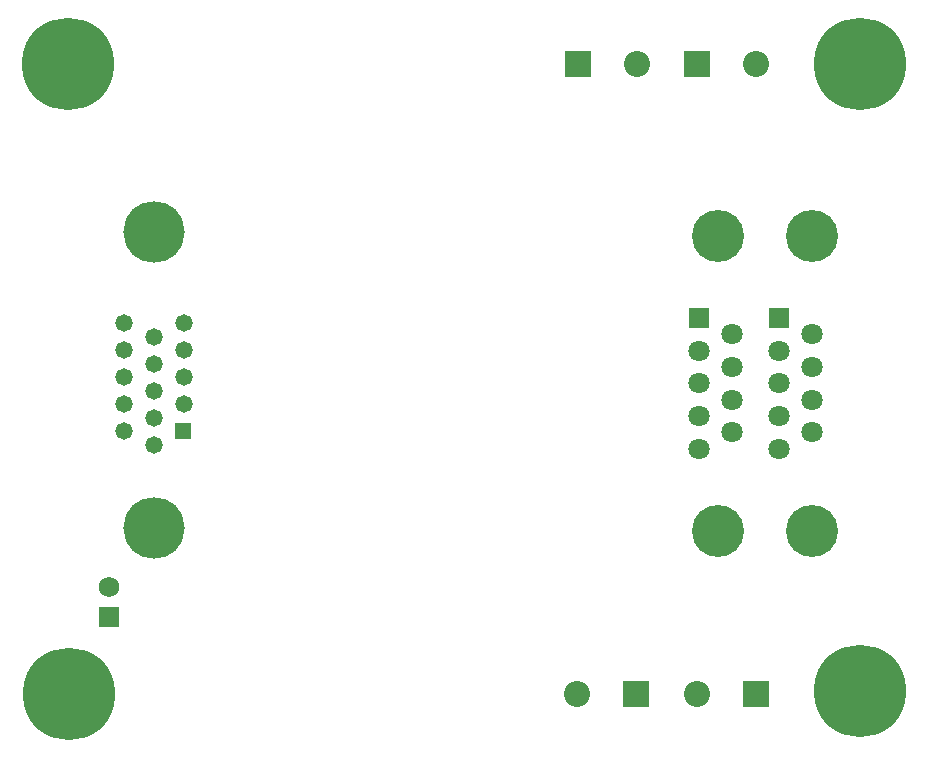
<source format=gbs>
G04*
G04 #@! TF.GenerationSoftware,Altium Limited,Altium Designer,20.1.8 (145)*
G04*
G04 Layer_Color=16711935*
%FSLAX25Y25*%
%MOIN*%
G70*
G04*
G04 #@! TF.SameCoordinates,D3287E22-0F69-463A-97E5-025C8055979C*
G04*
G04*
G04 #@! TF.FilePolarity,Negative*
G04*
G01*
G75*
%ADD23C,0.06800*%
%ADD24R,0.06800X0.06800*%
%ADD25C,0.07099*%
%ADD26C,0.17335*%
%ADD27R,0.07099X0.07099*%
%ADD28C,0.08674*%
%ADD29R,0.08674X0.08674*%
%ADD30C,0.20485*%
%ADD31C,0.05800*%
%ADD32R,0.05800X0.05800*%
%ADD33C,0.03800*%
%ADD34C,0.30800*%
D23*
X229500Y187500D02*
D03*
D24*
Y177500D02*
D03*
D25*
X464000Y260906D02*
D03*
Y271811D02*
D03*
Y250000D02*
D03*
Y239094D02*
D03*
X452819Y233642D02*
D03*
Y244547D02*
D03*
Y266358D02*
D03*
Y255453D02*
D03*
X426205D02*
D03*
Y266358D02*
D03*
Y244547D02*
D03*
Y233642D02*
D03*
X437386Y239094D02*
D03*
Y250000D02*
D03*
Y271811D02*
D03*
Y260906D02*
D03*
D26*
X464000Y206240D02*
D03*
Y304665D02*
D03*
X432504D02*
D03*
Y206240D02*
D03*
D27*
X452819Y277264D02*
D03*
X426205D02*
D03*
D28*
X425500Y152000D02*
D03*
X445200Y362000D02*
D03*
X385658Y152000D02*
D03*
X405485Y362000D02*
D03*
D29*
X445185Y152000D02*
D03*
X425515Y362000D02*
D03*
X405342Y152000D02*
D03*
X385800Y362000D02*
D03*
D30*
X244500Y305768D02*
D03*
Y207382D02*
D03*
D31*
Y235059D02*
D03*
Y244035D02*
D03*
Y253012D02*
D03*
Y261988D02*
D03*
Y270965D02*
D03*
X254500Y275453D02*
D03*
Y266476D02*
D03*
Y257500D02*
D03*
Y248524D02*
D03*
X234500Y275453D02*
D03*
Y266476D02*
D03*
Y257500D02*
D03*
Y248524D02*
D03*
Y239547D02*
D03*
D32*
X254343Y239626D02*
D03*
D33*
X480000Y164250D02*
D03*
X491250Y153000D02*
D03*
X480000Y141750D02*
D03*
X468750Y153000D02*
D03*
X470157Y158905D02*
D03*
X474094Y162843D02*
D03*
Y143157D02*
D03*
X489843Y147095D02*
D03*
X485906Y162843D02*
D03*
X470157Y147095D02*
D03*
X485906Y143157D02*
D03*
X489843Y158905D02*
D03*
X480000Y373250D02*
D03*
X491250Y362000D02*
D03*
X480000Y350750D02*
D03*
X468750Y362000D02*
D03*
X470157Y367905D02*
D03*
X474094Y371843D02*
D03*
Y352157D02*
D03*
X489843Y356095D02*
D03*
X485906Y371843D02*
D03*
X470157Y356095D02*
D03*
X485906Y352157D02*
D03*
X489843Y367905D02*
D03*
X216000Y373250D02*
D03*
X227250Y362000D02*
D03*
X216000Y350750D02*
D03*
X204750Y362000D02*
D03*
X206157Y367905D02*
D03*
X210094Y371843D02*
D03*
Y352157D02*
D03*
X225842Y356095D02*
D03*
X221905Y371843D02*
D03*
X206157Y356095D02*
D03*
X221905Y352157D02*
D03*
X225842Y367905D02*
D03*
X216250Y163250D02*
D03*
X227500Y152000D02*
D03*
X216250Y140750D02*
D03*
X205000Y152000D02*
D03*
X206407Y157905D02*
D03*
X210345Y161843D02*
D03*
Y142157D02*
D03*
X226093Y146095D02*
D03*
X222155Y161843D02*
D03*
X206407Y146095D02*
D03*
X222155Y142157D02*
D03*
X226093Y157905D02*
D03*
D34*
X480000Y153000D02*
D03*
Y362000D02*
D03*
X216000D02*
D03*
X216250Y152000D02*
D03*
M02*

</source>
